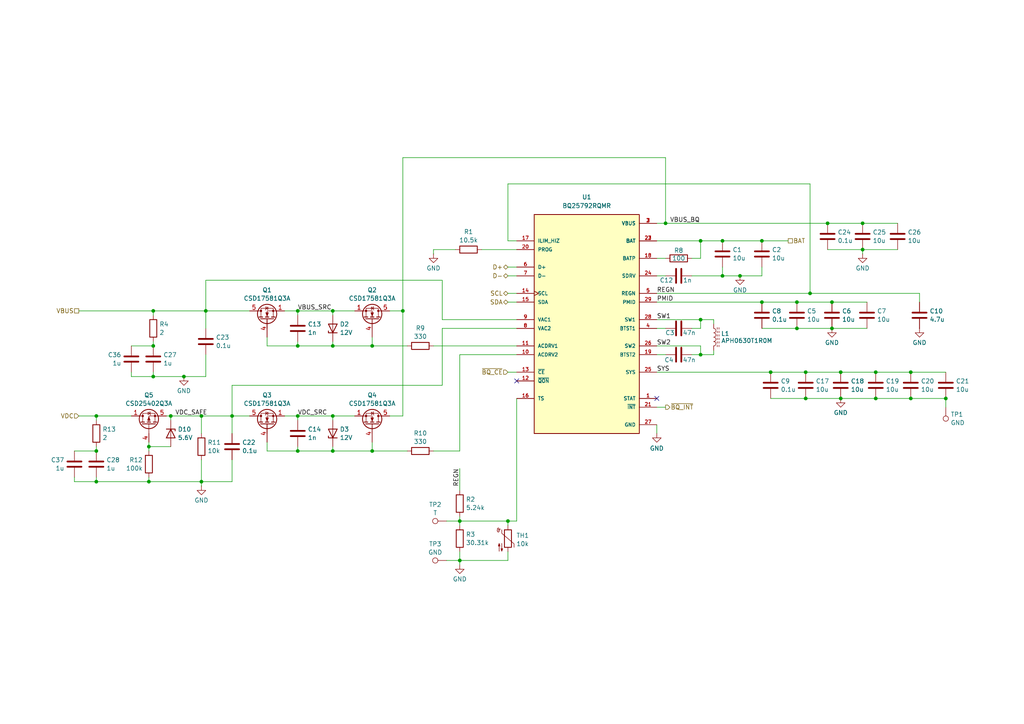
<source format=kicad_sch>
(kicad_sch (version 20250114) (generator "eeschema") (generator_version "9.0")
  (paper "A4")
  (title_block (title "Charger") (comment 1 "Licensed under CERN-OHL-W v2") (comment 2 "© 2025-2026 HB9DQM"))
  (lib_symbols
    (symbol "BQ25792RQMR:BQ25792RQMR" (pin_names (offset 1.016))
      (property "Reference" "U" (at -15.24 35.56 0))
      (property "Value" "BQ25792RQMR" (at -15.24 -33.02 0))
      (symbol "BQ25792RQMR_0_0"
        (rectangle (start -15.24 33.02) (end 15.24 -30.48) (stroke (width 0.254)) (fill (type background)))
        (pin input line (at -20.32 25.4 0) (length 5.08) (name "ILIM_HIZ") (number "17"))
        (pin input line (at -20.32 22.86 0) (length 5.08) (name "PROG") (number "20"))
        (pin bidirectional line (at -20.32 17.78 0) (length 5.08) (name "D+") (number "6"))
        (pin bidirectional line (at -20.32 15.24 0) (length 5.08) (name "D-") (number "7"))
        (pin input clock (at -20.32 10.16 0) (length 5.08) (name "SCL") (number "14"))
        (pin bidirectional line (at -20.32 7.62 0) (length 5.08) (name "SDA") (number "15"))
        (pin power_in line (at -20.32 2.54 0) (length 5.08) (name "VAC1") (number "9"))
        (pin power_in line (at -20.32 0 0) (length 5.08) (name "VAC2") (number "8"))
        (pin input line (at -20.32 -12.7 0) (length 5.08) (name "~{CE}") (number "13"))
        (pin input line (at -20.32 -15.24 0) (length 5.08) (name "~{QON}") (number "12"))
        (pin input line (at -20.32 -20.32 0) (length 5.08) (name "TS") (number "16"))
        (pin power_in line (at 20.32 30.48 180) (length 5.08) (name "VBUS") (number "2"))
        (pin power_in line (at 20.32 30.48 180) (length 5.08) (name "VBUS") (number "3"))
        (pin power_in line (at 20.32 25.4 180) (length 5.08) (name "BAT") (number "22"))
        (pin power_in line (at 20.32 25.4 180) (length 5.08) (name "BAT") (number "23"))
        (pin power_in line (at 20.32 20.32 180) (length 5.08) (name "BATP") (number "18"))
        (pin power_in line (at 20.32 15.24 180) (length 5.08) (name "SDRV") (number "24"))
        (pin output line (at 20.32 -20.32 180) (length 5.08) (name "STAT") (number "1"))
        (pin output line (at 20.32 -22.86 180) (length 5.08) (name "~{INT}") (number "21"))
        (pin power_in line (at 20.32 -27.94 180) (length 5.08) (name "GND") (number "27"))
      )
      (symbol "BQ25792RQMR_1_0"
        (pin output line (at -20.32 -5.08 0) (length 5.08) (name "ACDRV1") (number "11"))
        (pin output line (at -20.32 -7.62 0) (length 5.08) (name "ACDRV2") (number "10"))
        (pin passive line (at 20.32 10.16 180) (length 5.08) (name "REGN") (number "5"))
        (pin passive line (at 20.32 7.62 180) (length 5.08) (name "PMID") (number "29"))
        (pin passive line (at 20.32 2.54 180) (length 5.08) (name "SW1") (number "28"))
        (pin passive line (at 20.32 0 180) (length 5.08) (name "BTST1") (number "4"))
        (pin passive line (at 20.32 -5.08 180) (length 5.08) (name "SW2") (number "26"))
        (pin passive line (at 20.32 -7.62 180) (length 5.08) (name "BTST2") (number "19"))
        (pin power_out line (at 20.32 -12.7 180) (length 5.08) (name "SYS") (number "25"))
      )
    )
    (symbol "Connector:TestPoint" (pin_numbers (hide yes)) (pin_names (offset 0.762) (hide yes))
      (property "Reference" "TP" (at 0 6.858 0))
      (property "Value" "TestPoint" (at 0 5.08 0))
      (symbol "TestPoint_0_1"
        (circle (center 0 3.302) (radius 0.762))
      )
      (symbol "TestPoint_1_1"
        (pin passive line (at 0 0 90) (length 2.54) (name "1") (number "1"))
      )
    )
    (symbol "Device:C" (pin_numbers (hide yes)) (pin_names (offset 0.254))
      (property "Reference" "C" (at 0.635 2.54 0))
      (property "Value" "C" (at 0.635 -2.54 0))
      (symbol "C_0_1"
        (polyline (pts (xy -2.032 0.762) (xy 2.032 0.762)) (stroke (width 0.508)))
        (polyline (pts (xy -2.032 -0.762) (xy 2.032 -0.762)) (stroke (width 0.508)))
      )
      (symbol "C_1_1"
        (pin passive line (at 0 3.81 270) (length 2.794) (name "~") (number "1"))
        (pin passive line (at 0 -3.81 90) (length 2.794) (name "~") (number "2"))
      )
    )
    (symbol "Device:D_Zener" (pin_numbers (hide yes)) (pin_names (offset 1.016) (hide yes))
      (property "Reference" "D" (at 0 2.54 0))
      (property "Value" "D_Zener" (at 0 -2.54 0))
      (symbol "D_Zener_0_1"
        (polyline (pts (xy -1.27 -1.27) (xy -1.27 1.27) (xy -0.762 1.27)) (stroke (width 0.254)))
        (polyline (pts (xy 1.27 0) (xy -1.27 0)))
        (polyline (pts (xy 1.27 -1.27) (xy 1.27 1.27) (xy -1.27 0) (xy 1.27 -1.27)) (stroke (width 0.254)))
      )
      (symbol "D_Zener_1_1"
        (pin passive line (at -3.81 0 0) (length 2.54) (name "K") (number "1"))
        (pin passive line (at 3.81 0 180) (length 2.54) (name "A") (number "2"))
      )
    )
    (symbol "Device:L_Ferrite" (pin_numbers (hide yes)) (pin_names (offset 1.016) (hide yes))
      (property "Reference" "L" (at -1.27 0 90))
      (property "Value" "L_Ferrite" (at 2.794 0 90))
      (symbol "L_Ferrite_0_1"
        (arc (start 0 2.54) (mid 0.6323 1.905) (end 0 1.27))
        (arc (start 0 1.27) (mid 0.6323 0.635) (end 0 0))
        (arc (start 0 0) (mid 0.6323 -0.635) (end 0 -1.27))
        (arc (start 0 -1.27) (mid 0.6323 -1.905) (end 0 -2.54))
        (polyline (pts (xy 1.016 2.286) (xy 1.016 2.794)))
        (polyline (pts (xy 1.016 1.27) (xy 1.016 1.778)))
        (polyline (pts (xy 1.016 0.254) (xy 1.016 0.762)))
        (polyline (pts (xy 1.016 -0.762) (xy 1.016 -0.254)))
        (polyline (pts (xy 1.016 -1.778) (xy 1.016 -1.27)))
        (polyline (pts (xy 1.016 -2.794) (xy 1.016 -2.286)))
        (polyline (pts (xy 1.524 2.794) (xy 1.524 2.286)))
        (polyline (pts (xy 1.524 1.778) (xy 1.524 1.27)))
        (polyline (pts (xy 1.524 0.762) (xy 1.524 0.254)))
        (polyline (pts (xy 1.524 -0.254) (xy 1.524 -0.762)))
        (polyline (pts (xy 1.524 -1.27) (xy 1.524 -1.778)))
        (polyline (pts (xy 1.524 -2.286) (xy 1.524 -2.794)))
      )
      (symbol "L_Ferrite_1_1"
        (pin passive line (at 0 3.81 270) (length 1.27) (name "1") (number "1"))
        (pin passive line (at 0 -3.81 90) (length 1.27) (name "2") (number "2"))
      )
    )
    (symbol "Device:R" (pin_numbers (hide yes)) (pin_names (offset 0))
      (property "Reference" "R" (at 2.032 0 90))
      (property "Value" "R" (at 0 0 90))
      (symbol "R_0_1"
        (rectangle (start -1.016 -2.54) (end 1.016 2.54) (stroke (width 0.254)))
      )
      (symbol "R_1_1"
        (pin passive line (at 0 3.81 270) (length 1.27) (name "~") (number "1"))
        (pin passive line (at 0 -3.81 90) (length 1.27) (name "~") (number "2"))
      )
    )
    (symbol "Device:Thermistor_NTC" (pin_numbers (hide yes)) (pin_names (offset 0))
      (property "Reference" "TH" (at -4.445 0 90))
      (property "Value" "Thermistor_NTC" (at 3.175 0 90))
      (symbol "Thermistor_NTC_0_1"
        (arc (start -3.175 2.413) (mid -3.0506 2.3165) (end -3.048 2.159))
        (arc (start -3.048 2.794) (mid -2.9736 2.9736) (end -2.794 3.048))
        (arc (start -2.794 3.048) (mid -2.6144 2.9736) (end -2.54 2.794))
        (arc (start -2.794 2.54) (mid -2.9736 2.6144) (end -3.048 2.794))
        (arc (start -2.794 1.905) (mid -2.9736 1.9794) (end -3.048 2.159))
        (arc (start -2.54 2.159) (mid -2.6144 1.9794) (end -2.794 1.905))
        (arc (start -2.159 2.794) (mid -2.434 2.5608) (end -2.794 2.54))
        (polyline (pts (xy -2.54 2.159) (xy -2.54 2.794)))
        (polyline (pts (xy -2.54 -3.683) (xy -2.54 -1.397) (xy -2.794 -2.159) (xy -2.286 -2.159) (xy -2.54 -1.397) (xy -2.54 -1.651)) (fill (type outline)))
        (polyline (pts (xy -1.778 2.54) (xy -1.778 1.524) (xy 1.778 -1.524) (xy 1.778 -2.54)))
        (polyline (pts (xy -1.778 -1.397) (xy -1.778 -3.683) (xy -2.032 -2.921) (xy -1.524 -2.921) (xy -1.778 -3.683) (xy -1.778 -3.429)) (fill (type outline)))
        (rectangle (start -1.016 2.54) (end 1.016 -2.54) (stroke (width 0.254)))
      )
      (symbol "Thermistor_NTC_1_1"
        (pin passive line (at 0 3.81 270) (length 1.27) (name "~") (number "1"))
        (pin passive line (at 0 -3.81 90) (length 1.27) (name "~") (number "2"))
      )
    )
    (symbol "Transistor_FET:CSD17581Q3A" (pin_names (offset 0) (hide yes))
      (property "Reference" "Q" (at 5.08 1.905 0))
      (property "Value" "CSD17581Q3A" (at 5.08 0 0))
      (symbol "CSD17581Q3A_0_1"
        (polyline (pts (xy 0.254 1.905) (xy 0.254 -1.905)) (stroke (width 0.254)))
        (polyline (pts (xy 0.254 0) (xy -2.54 0)))
        (polyline (pts (xy 0.762 2.286) (xy 0.762 1.27)) (stroke (width 0.254)))
        (polyline (pts (xy 0.762 0.508) (xy 0.762 -0.508)) (stroke (width 0.254)))
        (polyline (pts (xy 0.762 -1.27) (xy 0.762 -2.286)) (stroke (width 0.254)))
        (polyline (pts (xy 0.762 -1.778) (xy 3.302 -1.778) (xy 3.302 1.778) (xy 0.762 1.778)))
        (polyline (pts (xy 1.016 0) (xy 2.032 0.381) (xy 2.032 -0.381) (xy 1.016 0)) (fill (type outline)))
        (circle (center 1.651 0) (radius 2.794) (stroke (width 0.254)))
        (polyline (pts (xy 2.54 2.54) (xy 2.54 1.778)))
        (circle (center 2.54 1.778) (radius 0.254) (fill (type outline)))
        (circle (center 2.54 -1.778) (radius 0.254) (fill (type outline)))
        (polyline (pts (xy 2.54 -2.54) (xy 2.54 0) (xy 0.762 0)))
        (polyline (pts (xy 2.794 0.508) (xy 2.921 0.381) (xy 3.683 0.381) (xy 3.81 0.254)))
        (polyline (pts (xy 3.302 0.381) (xy 2.921 -0.254) (xy 3.683 -0.254) (xy 3.302 0.381)))
      )
      (symbol "CSD17581Q3A_1_1"
        (pin input line (at -5.08 0 0) (length 5.08) (name "G") (number "4"))
        (pin passive line (at 2.54 5.08 270) (length 2.54) (name "D") (number "5"))
        (pin passive line (at 2.54 -5.08 90) (length 2.54) (name "S") (number "1"))
        (pin passive line (at 2.54 -5.08 90) (length 2.54) (hide yes) (name "S") (number "2"))
        (pin passive line (at 2.54 -5.08 90) (length 2.54) (hide yes) (name "S") (number "3"))
      )
    )
    (symbol "Transistor_FET:CSD25402Q3A" (pin_names (hide yes))
      (property "Reference" "U" (at 5.715 1.905 0))
      (property "Value" "CSD25402Q3A" (at 11.811 -0.127 0))
      (symbol "CSD25402Q3A_0_1"
        (polyline (pts (xy 0.254 1.905) (xy 0.254 -1.905)) (stroke (width 0.254)))
        (polyline (pts (xy 0.254 0) (xy -2.54 0)))
        (polyline (pts (xy 0.762 2.286) (xy 0.762 1.27)) (stroke (width 0.254)))
        (polyline (pts (xy 0.762 1.778) (xy 3.302 1.778) (xy 3.302 -1.778) (xy 0.762 -1.778)))
        (polyline (pts (xy 0.762 0.508) (xy 0.762 -0.508)) (stroke (width 0.254)))
        (polyline (pts (xy 0.762 -1.27) (xy 0.762 -2.286)) (stroke (width 0.254)))
        (circle (center 1.651 0) (radius 2.794) (stroke (width 0.254)))
        (polyline (pts (xy 2.286 0) (xy 1.27 0.381) (xy 1.27 -0.381) (xy 2.286 0)) (fill (type outline)))
        (polyline (pts (xy 2.54 2.54) (xy 2.54 1.778)))
        (circle (center 2.54 1.778) (radius 0.254) (fill (type outline)))
        (circle (center 2.54 -1.778) (radius 0.254) (fill (type outline)))
        (polyline (pts (xy 2.54 -2.54) (xy 2.54 0) (xy 0.762 0)))
        (polyline (pts (xy 2.794 -0.508) (xy 2.921 -0.381) (xy 3.683 -0.381) (xy 3.81 -0.254)))
        (polyline (pts (xy 3.302 -0.381) (xy 2.921 0.254) (xy 3.683 0.254) (xy 3.302 -0.381)))
      )
      (symbol "CSD25402Q3A_1_1"
        (pin input line (at -5.08 0 0) (length 2.54) (name "G") (number "4"))
        (pin passive line (at 2.54 5.08 270) (length 2.54) (name "D") (number "1"))
        (pin passive line (at 2.54 5.08 270) (length 2.54) (hide yes) (name "D") (number "2"))
        (pin passive line (at 2.54 5.08 270) (length 2.54) (hide yes) (name "D") (number "3"))
        (pin passive line (at 2.54 -5.08 90) (length 2.54) (name "S") (number "5"))
      )
    )
    (symbol "power:GND" (power) (pin_numbers (hide yes)) (pin_names (offset 0) (hide yes))
      (property "Value" "GND" (at 0 -3.81 0))
      (symbol "GND_0_1"
        (polyline (pts (xy 0 0) (xy 0 -1.27) (xy 1.27 -1.27) (xy 0 -2.54) (xy -1.27 -1.27) (xy 0 -1.27)))
      )
      (symbol "GND_1_1"
        (pin power_in line (at 0 0 270) (length 0) (name "~") (number "1"))
      )
    )
  )
  (junction (at 53.34 109.22))
  (junction (at 27.94 139.7))
  (junction (at 234.95 85.09))
  (junction (at 107.95 130.81))
  (junction (at 264.16 115.57))
  (junction (at 58.42 120.65))
  (junction (at 214.63 80.01))
  (junction (at 243.84 115.57))
  (junction (at 209.55 69.85))
  (junction (at 43.18 139.7))
  (junction (at 147.32 151.13))
  (junction (at 96.52 100.33))
  (junction (at 203.2 102.87))
  (junction (at 96.52 90.17))
  (junction (at 86.36 100.33))
  (junction (at 44.45 100.33))
  (junction (at 44.45 109.22))
  (junction (at 254 115.57))
  (junction (at 264.16 107.95))
  (junction (at 220.98 87.63))
  (junction (at 96.52 120.65))
  (junction (at 116.84 90.17))
  (junction (at 86.36 120.65))
  (junction (at 220.98 69.85))
  (junction (at 233.68 107.95))
  (junction (at 243.84 107.95))
  (junction (at 241.3 95.25))
  (junction (at 241.3 87.63))
  (junction (at 27.94 130.81))
  (junction (at 67.31 120.65))
  (junction (at 86.36 130.81))
  (junction (at 223.52 107.95))
  (junction (at 274.32 115.57))
  (junction (at 250.19 64.77))
  (junction (at 96.52 130.81))
  (junction (at 231.14 95.25))
  (junction (at 27.94 120.65))
  (junction (at 254 107.95))
  (junction (at 209.55 80.01))
  (junction (at 58.42 139.7))
  (junction (at 233.68 115.57))
  (junction (at 193.04 64.77))
  (junction (at 203.2 92.71))
  (junction (at 133.35 162.56))
  (junction (at 86.36 90.17))
  (junction (at 250.19 72.39))
  (junction (at 44.45 90.17))
  (junction (at 107.95 100.33))
  (junction (at 203.2 69.85))
  (junction (at 49.53 120.65))
  (junction (at 231.14 87.63))
  (junction (at 133.35 151.13))
  (junction (at 59.69 90.17))
  (junction (at 43.18 129.54))
  (junction (at 240.03 64.77))
  (no_connect (at 190.5 115.57))
  (no_connect (at 149.86 110.49))
  (wire (pts (xy 133.35 151.13) (xy 133.35 152.4)))
  (wire (pts (xy 220.98 77.47) (xy 220.98 80.01)))
  (wire (pts (xy 125.73 72.39) (xy 132.08 72.39)))
  (wire (pts (xy 43.18 128.27) (xy 43.18 129.54)))
  (wire (pts (xy 96.52 120.65) (xy 96.52 121.92)))
  (wire (pts (xy 133.35 135.89) (xy 133.35 142.24)))
  (wire (pts (xy 190.5 87.63) (xy 220.98 87.63)))
  (wire (pts (xy 59.69 109.22) (xy 53.34 109.22)))
  (wire (pts (xy 58.42 133.35) (xy 58.42 139.7)))
  (wire (pts (xy 190.5 100.33) (xy 203.2 100.33)))
  (wire (pts (xy 243.84 115.57) (xy 254 115.57)))
  (wire (pts (xy 38.1 107.95) (xy 38.1 109.22)))
  (wire (pts (xy 147.32 53.34) (xy 147.32 69.85)))
  (wire (pts (xy 200.66 80.01) (xy 209.55 80.01)))
  (wire (pts (xy 113.03 90.17) (xy 116.84 90.17)))
  (wire (pts (xy 241.3 95.25) (xy 251.46 95.25)))
  (wire (pts (xy 129.54 162.56) (xy 133.35 162.56)))
  (wire (pts (xy 240.03 72.39) (xy 250.19 72.39)))
  (wire (pts (xy 200.66 102.87) (xy 203.2 102.87)))
  (wire (pts (xy 77.47 130.81) (xy 77.47 128.27)))
  (wire (pts (xy 86.36 100.33) (xy 96.52 100.33)))
  (wire (pts (xy 231.14 87.63) (xy 241.3 87.63)))
  (wire (pts (xy 133.35 160.02) (xy 133.35 162.56)))
  (wire (pts (xy 38.1 109.22) (xy 44.45 109.22)))
  (wire (pts (xy 67.31 133.35) (xy 67.31 139.7)))
  (wire (pts (xy 133.35 102.87) (xy 149.86 102.87)))
  (wire (pts (xy 233.68 115.57) (xy 243.84 115.57)))
  (wire (pts (xy 264.16 107.95) (xy 274.32 107.95)))
  (wire (pts (xy 43.18 129.54) (xy 49.53 129.54)))
  (wire (pts (xy 58.42 139.7) (xy 67.31 139.7)))
  (wire (pts (xy 203.2 100.33) (xy 203.2 102.87)))
  (wire (pts (xy 220.98 95.25) (xy 231.14 95.25)))
  (wire (pts (xy 220.98 87.63) (xy 231.14 87.63)))
  (wire (pts (xy 86.36 130.81) (xy 96.52 130.81)))
  (wire (pts (xy 82.55 90.17) (xy 86.36 90.17)))
  (wire (pts (xy 27.94 139.7) (xy 43.18 139.7)))
  (wire (pts (xy 220.98 69.85) (xy 228.6 69.85)))
  (wire (pts (xy 58.42 120.65) (xy 58.42 125.73)))
  (wire (pts (xy 21.59 138.43) (xy 21.59 139.7)))
  (wire (pts (xy 133.35 102.87) (xy 133.35 130.81)))
  (wire (pts (xy 254 107.95) (xy 264.16 107.95)))
  (wire (pts (xy 59.69 90.17) (xy 72.39 90.17)))
  (wire (pts (xy 21.59 130.81) (xy 27.94 130.81)))
  (wire (pts (xy 58.42 120.65) (xy 67.31 120.65)))
  (wire (pts (xy 250.19 73.66) (xy 250.19 72.39)))
  (wire (pts (xy 147.32 85.09) (xy 149.86 85.09)))
  (wire (pts (xy 22.86 120.65) (xy 27.94 120.65)))
  (wire (pts (xy 77.47 100.33) (xy 77.47 97.79)))
  (wire (pts (xy 27.94 129.54) (xy 27.94 130.81)))
  (wire (pts (xy 190.5 92.71) (xy 203.2 92.71)))
  (wire (pts (xy 234.95 53.34) (xy 234.95 85.09)))
  (wire (pts (xy 67.31 120.65) (xy 67.31 125.73)))
  (wire (pts (xy 44.45 109.22) (xy 53.34 109.22)))
  (wire (pts (xy 209.55 69.85) (xy 220.98 69.85)))
  (wire (pts (xy 107.95 100.33) (xy 118.11 100.33)))
  (wire (pts (xy 96.52 129.54) (xy 96.52 130.81)))
  (wire (pts (xy 209.55 80.01) (xy 214.63 80.01)))
  (wire (pts (xy 44.45 90.17) (xy 59.69 90.17)))
  (wire (pts (xy 193.04 45.72) (xy 193.04 64.77)))
  (wire (pts (xy 116.84 90.17) (xy 116.84 120.65)))
  (wire (pts (xy 223.52 107.95) (xy 233.68 107.95)))
  (wire (pts (xy 125.73 73.66) (xy 125.73 72.39)))
  (wire (pts (xy 233.68 107.95) (xy 243.84 107.95)))
  (wire (pts (xy 139.7 72.39) (xy 149.86 72.39)))
  (wire (pts (xy 43.18 139.7) (xy 58.42 139.7)))
  (wire (pts (xy 116.84 45.72) (xy 193.04 45.72)))
  (wire (pts (xy 149.86 69.85) (xy 147.32 69.85)))
  (wire (pts (xy 200.66 95.25) (xy 203.2 95.25)))
  (wire (pts (xy 190.5 95.25) (xy 193.04 95.25)))
  (wire (pts (xy 128.27 111.76) (xy 67.31 111.76)))
  (wire (pts (xy 116.84 90.17) (xy 116.84 45.72)))
  (wire (pts (xy 77.47 130.81) (xy 86.36 130.81)))
  (wire (pts (xy 59.69 90.17) (xy 59.69 95.25)))
  (wire (pts (xy 43.18 129.54) (xy 43.18 130.81)))
  (wire (pts (xy 207.01 102.87) (xy 203.2 102.87)))
  (wire (pts (xy 107.95 130.81) (xy 118.11 130.81)))
  (wire (pts (xy 223.52 115.57) (xy 233.68 115.57)))
  (wire (pts (xy 133.35 149.86) (xy 133.35 151.13)))
  (wire (pts (xy 128.27 92.71) (xy 128.27 81.28)))
  (wire (pts (xy 243.84 107.95) (xy 254 107.95)))
  (wire (pts (xy 190.5 118.11) (xy 193.04 118.11)))
  (wire (pts (xy 190.5 69.85) (xy 203.2 69.85)))
  (wire (pts (xy 49.53 120.65) (xy 49.53 121.92)))
  (wire (pts (xy 250.19 72.39) (xy 260.35 72.39)))
  (wire (pts (xy 234.95 85.09) (xy 266.7 85.09)))
  (wire (pts (xy 86.36 90.17) (xy 86.36 91.44)))
  (wire (pts (xy 203.2 95.25) (xy 203.2 92.71)))
  (wire (pts (xy 96.52 120.65) (xy 102.87 120.65)))
  (wire (pts (xy 203.2 69.85) (xy 209.55 69.85)))
  (wire (pts (xy 43.18 138.43) (xy 43.18 139.7)))
  (wire (pts (xy 96.52 130.81) (xy 107.95 130.81)))
  (wire (pts (xy 147.32 160.02) (xy 147.32 162.56)))
  (wire (pts (xy 241.3 87.63) (xy 251.46 87.63)))
  (wire (pts (xy 82.55 120.65) (xy 86.36 120.65)))
  (wire (pts (xy 128.27 95.25) (xy 128.27 111.76)))
  (wire (pts (xy 27.94 138.43) (xy 27.94 139.7)))
  (wire (pts (xy 129.54 151.13) (xy 133.35 151.13)))
  (wire (pts (xy 44.45 99.06) (xy 44.45 100.33)))
  (wire (pts (xy 149.86 115.57) (xy 149.86 151.13)))
  (wire (pts (xy 133.35 162.56) (xy 133.35 163.83)))
  (wire (pts (xy 21.59 139.7) (xy 27.94 139.7)))
  (wire (pts (xy 190.5 85.09) (xy 234.95 85.09)))
  (wire (pts (xy 49.53 120.65) (xy 58.42 120.65)))
  (wire (pts (xy 190.5 64.77) (xy 193.04 64.77)))
  (wire (pts (xy 190.5 80.01) (xy 193.04 80.01)))
  (wire (pts (xy 107.95 130.81) (xy 107.95 128.27)))
  (wire (pts (xy 147.32 53.34) (xy 234.95 53.34)))
  (wire (pts (xy 59.69 102.87) (xy 59.69 109.22)))
  (wire (pts (xy 67.31 120.65) (xy 72.39 120.65)))
  (wire (pts (xy 254 115.57) (xy 264.16 115.57)))
  (wire (pts (xy 86.36 100.33) (xy 86.36 99.06)))
  (wire (pts (xy 128.27 95.25) (xy 149.86 95.25)))
  (wire (pts (xy 240.03 64.77) (xy 250.19 64.77)))
  (wire (pts (xy 67.31 111.76) (xy 67.31 120.65)))
  (wire (pts (xy 190.5 123.19) (xy 190.5 125.73)))
  (wire (pts (xy 96.52 90.17) (xy 102.87 90.17)))
  (wire (pts (xy 59.69 81.28) (xy 59.69 90.17)))
  (wire (pts (xy 125.73 130.81) (xy 133.35 130.81)))
  (wire (pts (xy 44.45 90.17) (xy 44.45 91.44)))
  (wire (pts (xy 86.36 130.81) (xy 86.36 129.54)))
  (wire (pts (xy 48.26 120.65) (xy 49.53 120.65)))
  (wire (pts (xy 147.32 80.01) (xy 149.86 80.01)))
  (wire (pts (xy 209.55 77.47) (xy 209.55 80.01)))
  (wire (pts (xy 250.19 64.77) (xy 260.35 64.77)))
  (wire (pts (xy 77.47 100.33) (xy 86.36 100.33)))
  (wire (pts (xy 96.52 90.17) (xy 96.52 91.44)))
  (wire (pts (xy 274.32 115.57) (xy 274.32 118.11)))
  (wire (pts (xy 203.2 74.93) (xy 203.2 69.85)))
  (wire (pts (xy 96.52 100.33) (xy 107.95 100.33)))
  (wire (pts (xy 149.86 151.13) (xy 147.32 151.13)))
  (wire (pts (xy 27.94 120.65) (xy 27.94 121.92)))
  (wire (pts (xy 190.5 107.95) (xy 223.52 107.95)))
  (wire (pts (xy 207.01 101.6) (xy 207.01 102.87)))
  (wire (pts (xy 113.03 120.65) (xy 116.84 120.65)))
  (wire (pts (xy 22.86 90.17) (xy 44.45 90.17)))
  (wire (pts (xy 231.14 95.25) (xy 241.3 95.25)))
  (wire (pts (xy 220.98 80.01) (xy 214.63 80.01)))
  (wire (pts (xy 147.32 77.47) (xy 149.86 77.47)))
  (wire (pts (xy 44.45 107.95) (xy 44.45 109.22)))
  (wire (pts (xy 96.52 99.06) (xy 96.52 100.33)))
  (wire (pts (xy 107.95 100.33) (xy 107.95 97.79)))
  (wire (pts (xy 86.36 90.17) (xy 96.52 90.17)))
  (wire (pts (xy 147.32 107.95) (xy 149.86 107.95)))
  (wire (pts (xy 147.32 151.13) (xy 147.32 152.4)))
  (wire (pts (xy 190.5 74.93) (xy 193.04 74.93)))
  (wire (pts (xy 266.7 85.09) (xy 266.7 87.63)))
  (wire (pts (xy 147.32 151.13) (xy 133.35 151.13)))
  (wire (pts (xy 200.66 74.93) (xy 203.2 74.93)))
  (wire (pts (xy 58.42 140.97) (xy 58.42 139.7)))
  (wire (pts (xy 190.5 102.87) (xy 193.04 102.87)))
  (wire (pts (xy 128.27 81.28) (xy 59.69 81.28)))
  (wire (pts (xy 27.94 120.65) (xy 38.1 120.65)))
  (wire (pts (xy 264.16 115.57) (xy 274.32 115.57)))
  (wire (pts (xy 133.35 162.56) (xy 147.32 162.56)))
  (wire (pts (xy 125.73 100.33) (xy 149.86 100.33)))
  (wire (pts (xy 203.2 92.71) (xy 207.01 92.71)))
  (wire (pts (xy 128.27 92.71) (xy 149.86 92.71)))
  (wire (pts (xy 193.04 64.77) (xy 240.03 64.77)))
  (wire (pts (xy 207.01 92.71) (xy 207.01 93.98)))
  (wire (pts (xy 86.36 120.65) (xy 86.36 121.92)))
  (wire (pts (xy 38.1 100.33) (xy 44.45 100.33)))
  (wire (pts (xy 147.32 87.63) (xy 149.86 87.63)))
  (wire (pts (xy 86.36 120.65) (xy 96.52 120.65)))
  (label "VDC_SRC" (at 86.36 120.65 0))
  (label "VBUS_BQ" (at 194.31 64.77 0))
  (label "SYS" (at 190.5 107.95 0))
  (label "PMID" (at 190.5 87.63 0))
  (label "SW2" (at 190.5 100.33 0))
  (label "VBUS_SRC" (at 86.36 90.17 0))
  (label "REGN" (at 190.5 85.09 0))
  (label "REGN" (at 133.35 135.89 270))
  (label "VDC_SAFE" (at 50.8 120.65 0))
  (label "SW1" (at 190.5 92.71 0))
  (hierarchical_label "SCL" (shape bidirectional) (at 147.32 85.09 180))
  (hierarchical_label "~{BQ_CE}" (shape input) (at 147.32 107.95 180))
  (hierarchical_label "SDA" (shape bidirectional) (at 147.32 87.63 180))
  (hierarchical_label "D-" (shape bidirectional) (at 147.32 80.01 180))
  (hierarchical_label "VDC" (shape input) (at 22.86 120.65 180))
  (hierarchical_label "D+" (shape bidirectional) (at 147.32 77.47 180))
  (hierarchical_label "VBUS" (shape passive) (at 22.86 90.17 180))
  (hierarchical_label "~{BQ_INT}" (shape output) (at 193.04 118.11 0))
  (hierarchical_label "BAT" (shape passive) (at 228.6 69.85 0))
  (symbol (lib_id "Transistor_FET:CSD25402Q3A") (at 43.18 123.19 90) (unit 1)
    (property "Reference" "Q5" (at 43.18 114.6005 90))
    (property "Value" "CSD25402Q3A" (at 43.18 117.0248 90))
    (property "Footprint" "VSON-8_TI_CSD:VSON-8_3.3x3.3mm_TI_CSD" (effects (hide yes)))
    (property "Datasheet" "https://www.ti.com/lit/ds/symlink/csd25402q3a.pdf" (effects (hide yes)))
    (property "Description" "-76A Id, -20V Vds, NexFET P-Channel Power MOSFET, 7.7mOhm Ron, Qg (typ) 7.5 nC, VSON-8 3.3x3.3mm" (effects (hide yes)))
    (property "LCSC" "C111356" (effects (hide yes)))
  )
  (symbol (lib_id "power:GND") (at 266.7 95.25 0) (unit 1)
    (property "Reference" "#PWR06" (effects (hide yes)))
    (property "Value" "GND" (at 266.7 99.3831 0))
    (property "Description" "Power symbol creates a global label with name \"GND\" , ground" (effects (hide yes)))
  )
  (symbol (lib_id "Device:C") (at 67.31 129.54 0) (unit 1)
    (property "Reference" "C22" (at 70.231 128.3278 0) (effects (justify left)))
    (property "Value" "0.1u" (at 70.231 130.7521 0) (effects (justify left)))
    (property "Footprint" "Capacitor_SMD:C_0402_1005Metric" (effects (hide yes)))
    (property "Description" "Unpolarized capacitor" (effects (hide yes)))
    (property "LCSC" "C307331" (effects (hide yes)))
  )
  (symbol (lib_id "Device:C") (at 254 111.76 0) (unit 1)
    (property "Reference" "C19" (at 256.921 110.5478 0) (effects (justify left)))
    (property "Value" "10u" (at 256.921 112.9721 0) (effects (justify left)))
    (property "Footprint" "Capacitor_SMD:C_0805_2012Metric" (effects (hide yes)))
    (property "Description" "Unpolarized capacitor" (effects (hide yes)))
    (property "LCSC" "C440198" (effects (hide yes)))
  )
  (symbol (lib_id "Device:D_Zener") (at 96.52 95.25 90) (unit 1)
    (property "Reference" "D2" (at 98.552 94.0378 90) (effects (justify right)))
    (property "Value" "12V" (at 98.552 96.4621 90) (effects (justify right)))
    (property "Footprint" "Diode_SMD:D_SOD-523" (effects (hide yes)))
    (property "Description" "Zener diode" (effects (hide yes)))
    (property "LCSC" "C2993013" (effects (hide yes)))
  )
  (symbol (lib_id "power:GND") (at 250.19 73.66 0) (unit 1)
    (property "Reference" "#PWR023" (effects (hide yes)))
    (property "Value" "GND" (at 250.19 77.7931 0))
    (property "Description" "Power symbol creates a global label with name \"GND\" , ground" (effects (hide yes)))
  )
  (symbol (lib_id "Device:D_Zener") (at 96.52 125.73 90) (unit 1)
    (property "Reference" "D3" (at 98.552 124.5178 90) (effects (justify right)))
    (property "Value" "12V" (at 98.552 126.9421 90) (effects (justify right)))
    (property "Footprint" "Diode_SMD:D_SOD-523" (effects (hide yes)))
    (property "Description" "Zener diode" (effects (hide yes)))
    (property "LCSC" "C2993013" (effects (hide yes)))
  )
  (symbol (lib_id "power:GND") (at 243.84 115.57 0) (unit 1)
    (property "Reference" "#PWR019" (effects (hide yes)))
    (property "Value" "GND" (at 243.84 119.7031 0))
    (property "Description" "Power symbol creates a global label with name \"GND\" , ground" (effects (hide yes)))
  )
  (symbol (lib_id "Connector:TestPoint") (at 129.54 162.56 90) (unit 1) (in_bom no)
    (property "Reference" "TP3" (at 126.238 157.7805 90))
    (property "Value" "GND" (at 126.238 160.2048 90))
    (property "Footprint" "TestPoint:TestPoint_Pad_2.5x2.5mm" (effects (hide yes)))
    (property "Description" "test point" (effects (hide yes)))
  )
  (symbol (lib_id "Device:C") (at 250.19 68.58 0) (unit 1)
    (property "Reference" "C25" (at 253.111 67.3678 0) (effects (justify left)))
    (property "Value" "10u" (at 253.111 69.7921 0) (effects (justify left)))
    (property "Footprint" "Capacitor_SMD:C_0805_2012Metric" (effects (hide yes)))
    (property "Description" "Unpolarized capacitor" (effects (hide yes)))
    (property "LCSC" "C440198" (effects (hide yes)))
  )
  (symbol (lib_id "Device:C") (at 220.98 91.44 0) (unit 1)
    (property "Reference" "C8" (at 223.901 90.2278 0) (effects (justify left)))
    (property "Value" "0.1u" (at 223.901 92.6521 0) (effects (justify left)))
    (property "Footprint" "Capacitor_SMD:C_0402_1005Metric" (effects (hide yes)))
    (property "Description" "Unpolarized capacitor" (effects (hide yes)))
    (property "LCSC" "C307331" (effects (hide yes)))
  )
  (symbol (lib_id "Device:R") (at 121.92 130.81 270) (unit 1)
    (property "Reference" "R10" (at 121.92 125.6495 90))
    (property "Value" "330" (at 121.92 128.0738 90))
    (property "Footprint" "Resistor_SMD:R_0402_1005Metric" (effects (hide yes)))
    (property "Description" "Resistor" (effects (hide yes)))
    (property "LCSC" "C25104" (effects (hide yes)))
  )
  (symbol (lib_id "Transistor_FET:CSD17581Q3A") (at 107.95 123.19 270) (mirror x) (unit 1)
    (property "Reference" "Q4" (at 107.95 114.6005 90))
    (property "Value" "CSD17581Q3A" (at 107.95 117.0248 90))
    (property "Footprint" "VSON-8_TI_CSD:VSON-8_3.3x3.3mm_TI_CSD" (effects (hide yes)))
    (property "Datasheet" "https://www.ti.com/lit/ds/symlink/csd17581q3a.pdf" (effects (hide yes)))
    (property "Description" "60A Id, 30V Vds, NexFET N-Channel Power MOSFET, 3.2mOhm Ron, Qg Typ 20nC, VSON-8 3.3x3.3mm" (effects (hide yes)))
    (property "LCSC" "C2861705" (effects (hide yes)))
  )
  (symbol (lib_id "Device:R") (at 121.92 100.33 270) (unit 1)
    (property "Reference" "R9" (at 121.92 95.1695 90))
    (property "Value" "330" (at 121.92 97.5938 90))
    (property "Footprint" "Resistor_SMD:R_0402_1005Metric" (effects (hide yes)))
    (property "Description" "Resistor" (effects (hide yes)))
    (property "LCSC" "C25104" (effects (hide yes)))
  )
  (symbol (lib_id "Device:R") (at 133.35 146.05 0) (unit 1)
    (property "Reference" "R2" (at 135.128 144.8378 0) (effects (justify left)))
    (property "Value" "5.24k" (at 135.128 147.2621 0) (effects (justify left)))
    (property "Footprint" "Resistor_SMD:R_0402_1005Metric" (effects (hide yes)))
    (property "Description" "Resistor" (effects (hide yes)))
    (property "LCSC" "C25907" (effects (hide yes)))
  )
  (symbol (lib_id "Device:C") (at 251.46 91.44 0) (unit 1)
    (property "Reference" "C7" (at 254.381 90.2278 0) (effects (justify left)))
    (property "Value" "10u" (at 254.381 92.6521 0) (effects (justify left)))
    (property "Footprint" "Capacitor_SMD:C_0805_2012Metric" (effects (hide yes)))
    (property "Description" "Unpolarized capacitor" (effects (hide yes)))
    (property "LCSC" "C440198" (effects (hide yes)))
  )
  (symbol (lib_id "power:GND") (at 125.73 73.66 0) (unit 1)
    (property "Reference" "#PWR01" (effects (hide yes)))
    (property "Value" "GND" (at 125.73 77.7931 0))
    (property "Description" "Power symbol creates a global label with name \"GND\" , ground" (effects (hide yes)))
  )
  (symbol (lib_id "Device:C") (at 196.85 95.25 270) (unit 1)
    (property "Reference" "C3" (at 194.31 96.52 90))
    (property "Value" "47n" (at 199.898 96.52 90))
    (property "Footprint" "Capacitor_SMD:C_0603_1608Metric" (effects (hide yes)))
    (property "Description" "Unpolarized capacitor" (effects (hide yes)))
    (property "LCSC" "C1622" (effects (hide yes)))
  )
  (symbol (lib_id "Device:R") (at 58.42 129.54 0) (unit 1)
    (property "Reference" "R11" (at 60.198 128.3278 0) (effects (justify left)))
    (property "Value" "10k" (at 60.198 130.7521 0) (effects (justify left)))
    (property "Footprint" "Resistor_SMD:R_0402_1005Metric" (effects (hide yes)))
    (property "Description" "Resistor" (effects (hide yes)))
    (property "LCSC" "C25744" (effects (hide yes)))
  )
  (symbol (lib_id "Device:C") (at 59.69 99.06 0) (unit 1)
    (property "Reference" "C23" (at 62.611 97.8478 0) (effects (justify left)))
    (property "Value" "0.1u" (at 62.611 100.2721 0) (effects (justify left)))
    (property "Footprint" "Capacitor_SMD:C_0402_1005Metric" (effects (hide yes)))
    (property "Description" "Unpolarized capacitor" (effects (hide yes)))
    (property "LCSC" "C307331" (effects (hide yes)))
  )
  (symbol (lib_id "Device:C") (at 233.68 111.76 0) (unit 1)
    (property "Reference" "C17" (at 236.601 110.5478 0) (effects (justify left)))
    (property "Value" "10u" (at 236.601 112.9721 0) (effects (justify left)))
    (property "Footprint" "Capacitor_SMD:C_0805_2012Metric" (effects (hide yes)))
    (property "Description" "Unpolarized capacitor" (effects (hide yes)))
    (property "LCSC" "C440198" (effects (hide yes)))
  )
  (symbol (lib_id "Device:C") (at 274.32 111.76 0) (unit 1)
    (property "Reference" "C21" (at 277.241 110.5478 0) (effects (justify left)))
    (property "Value" "10u" (at 277.241 112.9721 0) (effects (justify left)))
    (property "Footprint" "Capacitor_SMD:C_0805_2012Metric" (effects (hide yes)))
    (property "Description" "Unpolarized capacitor" (effects (hide yes)))
    (property "LCSC" "C440198" (effects (hide yes)))
  )
  (symbol (lib_id "Device:C") (at 223.52 111.76 0) (unit 1)
    (property "Reference" "C9" (at 226.441 110.5478 0) (effects (justify left)))
    (property "Value" "0.1u" (at 226.441 112.9721 0) (effects (justify left)))
    (property "Footprint" "Capacitor_SMD:C_0402_1005Metric" (effects (hide yes)))
    (property "Description" "Unpolarized capacitor" (effects (hide yes)))
    (property "LCSC" "C307331" (effects (hide yes)))
  )
  (symbol (lib_id "Device:R") (at 44.45 95.25 0) (unit 1)
    (property "Reference" "R4" (at 46.228 94.0378 0) (effects (justify left)))
    (property "Value" "2" (at 46.228 96.4621 0) (effects (justify left)))
    (property "Footprint" "Resistor_SMD:R_0402_1005Metric" (effects (hide yes)))
    (property "Description" "Resistor" (effects (hide yes)))
    (property "LCSC" "C270630" (effects (hide yes)))
  )
  (symbol (lib_id "Device:C") (at 220.98 73.66 0) (unit 1)
    (property "Reference" "C2" (at 223.901 72.4478 0) (effects (justify left)))
    (property "Value" "10u" (at 223.901 74.8721 0) (effects (justify left)))
    (property "Footprint" "Capacitor_SMD:C_0805_2012Metric" (effects (hide yes)))
    (property "Description" "Unpolarized capacitor" (effects (hide yes)))
    (property "LCSC" "C440198" (effects (hide yes)))
  )
  (symbol (lib_id "Device:C") (at 241.3 91.44 0) (unit 1)
    (property "Reference" "C6" (at 244.221 90.2278 0) (effects (justify left)))
    (property "Value" "10u" (at 244.221 92.6521 0) (effects (justify left)))
    (property "Footprint" "Capacitor_SMD:C_0805_2012Metric" (effects (hide yes)))
    (property "Description" "Unpolarized capacitor" (effects (hide yes)))
    (property "LCSC" "C440198" (effects (hide yes)))
  )
  (symbol (lib_id "Device:C") (at 196.85 80.01 270) (unit 1)
    (property "Reference" "C12" (at 193.294 81.28 90))
    (property "Value" "1n" (at 199.39 81.28 90))
    (property "Footprint" "Capacitor_SMD:C_0402_1005Metric" (effects (hide yes)))
    (property "Description" "Unpolarized capacitor" (effects (hide yes)))
    (property "LCSC" "C1588" (effects (hide yes)))
  )
  (symbol (lib_id "power:GND") (at 241.3 95.25 0) (unit 1)
    (property "Reference" "#PWR03" (effects (hide yes)))
    (property "Value" "GND" (at 241.3 99.3831 0))
    (property "Description" "Power symbol creates a global label with name \"GND\" , ground" (effects (hide yes)))
  )
  (symbol (lib_id "Device:C") (at 38.1 104.14 0) (mirror y) (unit 1)
    (property "Reference" "C36" (at 35.179 102.9278 0) (effects (justify left)))
    (property "Value" "1u" (at 35.179 105.3521 0) (effects (justify left)))
    (property "Footprint" "Capacitor_SMD:C_0402_1005Metric" (effects (hide yes)))
    (property "Description" "Unpolarized capacitor" (effects (hide yes)))
    (property "LCSC" "C385032" (effects (hide yes)))
  )
  (symbol (lib_id "Device:C") (at 266.7 91.44 0) (unit 1)
    (property "Reference" "C10" (at 269.621 90.2278 0) (effects (justify left)))
    (property "Value" "4.7u" (at 269.621 92.6521 0) (effects (justify left)))
    (property "Footprint" "Capacitor_SMD:C_0603_1608Metric" (effects (hide yes)))
    (property "Description" "Unpolarized capacitor" (effects (hide yes)))
    (property "LCSC" "C19666" (effects (hide yes)))
  )
  (symbol (lib_id "Device:R") (at 135.89 72.39 90) (unit 1)
    (property "Reference" "R1" (at 135.89 67.2295 90))
    (property "Value" "10.5k" (at 135.89 69.6538 90))
    (property "Footprint" "Resistor_SMD:R_0402_1005Metric" (effects (hide yes)))
    (property "Description" "Resistor" (effects (hide yes)))
    (property "LCSC" "C25850" (effects (hide yes)))
  )
  (symbol (lib_id "Device:C") (at 21.59 134.62 0) (mirror y) (unit 1)
    (property "Reference" "C37" (at 18.669 133.4078 0) (effects (justify left)))
    (property "Value" "1u" (at 18.669 135.8321 0) (effects (justify left)))
    (property "Footprint" "Capacitor_SMD:C_0402_1005Metric" (effects (hide yes)))
    (property "Description" "Unpolarized capacitor" (effects (hide yes)))
    (property "LCSC" "C385032" (effects (hide yes)))
  )
  (symbol (lib_id "Device:C") (at 86.36 95.25 0) (unit 1)
    (property "Reference" "C13" (at 89.281 94.0378 0) (effects (justify left)))
    (property "Value" "1n" (at 89.281 96.4621 0) (effects (justify left)))
    (property "Footprint" "Capacitor_SMD:C_0402_1005Metric" (effects (hide yes)))
    (property "Description" "Unpolarized capacitor" (effects (hide yes)))
    (property "LCSC" "C1523" (effects (hide yes)))
  )
  (symbol (lib_id "Device:D_Zener") (at 49.53 125.73 270) (unit 1)
    (property "Reference" "D10" (at 51.562 124.5178 90) (effects (justify left)))
    (property "Value" "5.6V" (at 51.562 126.9421 90) (effects (justify left)))
    (property "Footprint" "Diode_SMD:D_SOD-523" (effects (hide yes)))
    (property "Description" "Zener diode" (effects (hide yes)))
    (property "LCSC" "C19077464" (effects (hide yes)))
  )
  (symbol (lib_id "Connector:TestPoint") (at 129.54 151.13 90) (unit 1) (in_bom no)
    (property "Reference" "TP2" (at 126.238 146.3505 90))
    (property "Value" "T" (at 126.238 148.7748 90))
    (property "Footprint" "TestPoint:TestPoint_Pad_2.5x2.5mm" (effects (hide yes)))
    (property "Description" "test point" (effects (hide yes)))
  )
  (symbol (lib_id "BQ25792RQMR:BQ25792RQMR") (at 170.18 95.25 0) (unit 1)
    (property "Reference" "U1" (at 170.18 57.15 0))
    (property "Value" "BQ25792RQMR" (at 170.18 59.69 0))
    (property "Footprint" "BQ25792RQMR:QFN40P400X400X100-29N" (effects (hide yes)))
    (property "MF" "Texas Instruments" (effects (hide yes)))
    (property "MAXIMUM_PACKAGE_HEIGHT" "1 mm" (effects (hide yes)))
    (property "Package" "VFQFN-29 Texas Instruments" (effects (hide yes)))
    (property "Price" "None" (effects (hide yes)))
    (property "Check_prices" "https://www.snapeda.com/parts/BQ25792RQMR/Texas+Instruments/view-part/?ref=eda" (effects (hide yes)))
    (property "STANDARD" "Manufacturer Recommendations" (effects (hide yes)))
    (property "PARTREV" "11/2019" (effects (hide yes)))
    (property "SnapEDA_Link" "https://www.snapeda.com/parts/BQ25792RQMR/Texas+Instruments/view-part/?ref=snap" (effects (hide yes)))
    (property "MP" "BQ25792RQMR" (effects (hide yes)))
    (property "Description_1" "I2C controlled, 5-A, 1-4 cell buck-boost charger with dual-input selector and USB PD 3.0 OTG output" (effects (hide yes)))
    (property "Availability" "In Stock" (effects (hide yes)))
    (property "MANUFACTURER" "Texas Instruments" (effects (hide yes)))
    (property "LCSC" "C2862876" (effects (hide yes)))
  )
  (symbol (lib_id "Device:C") (at 27.94 134.62 0) (unit 1)
    (property "Reference" "C28" (at 30.861 133.4078 0) (effects (justify left)))
    (property "Value" "1u" (at 30.861 135.8321 0) (effects (justify left)))
    (property "Footprint" "Capacitor_SMD:C_0402_1005Metric" (effects (hide yes)))
    (property "Description" "Unpolarized capacitor" (effects (hide yes)))
    (property "LCSC" "C385032" (effects (hide yes)))
  )
  (symbol (lib_id "Device:C") (at 231.14 91.44 0) (unit 1)
    (property "Reference" "C5" (at 234.061 90.2278 0) (effects (justify left)))
    (property "Value" "10u" (at 234.061 92.6521 0) (effects (justify left)))
    (property "Footprint" "Capacitor_SMD:C_0805_2012Metric" (effects (hide yes)))
    (property "Description" "Unpolarized capacitor" (effects (hide yes)))
    (property "LCSC" "C440198" (effects (hide yes)))
  )
  (symbol (lib_id "Device:R") (at 196.85 74.93 90) (unit 1)
    (property "Reference" "R8" (at 196.85 72.644 90))
    (property "Value" "100" (at 196.85 74.93 90))
    (property "Footprint" "Resistor_SMD:R_0402_1005Metric" (effects (hide yes)))
    (property "Description" "Resistor" (effects (hide yes)))
    (property "LCSC" "C25076" (effects (hide yes)))
  )
  (symbol (lib_id "power:GND") (at 214.63 80.01 0) (unit 1)
    (property "Reference" "#PWR02" (effects (hide yes)))
    (property "Value" "GND" (at 214.63 84.1431 0))
    (property "Description" "Power symbol creates a global label with name \"GND\" , ground" (effects (hide yes)))
  )
  (symbol (lib_id "Device:R") (at 133.35 156.21 0) (unit 1)
    (property "Reference" "R3" (at 135.128 154.9978 0) (effects (justify left)))
    (property "Value" "30.31k" (at 135.128 157.4221 0) (effects (justify left)))
    (property "Footprint" "Resistor_SMD:R_0402_1005Metric" (effects (hide yes)))
    (property "Description" "Resistor" (effects (hide yes)))
    (property "LCSC" "C29402" (effects (hide yes)))
  )
  (symbol (lib_id "power:GND") (at 53.34 109.22 0) (unit 1)
    (property "Reference" "#PWR021" (effects (hide yes)))
    (property "Value" "GND" (at 53.34 113.3531 0))
    (property "Description" "Power symbol creates a global label with name \"GND\" , ground" (effects (hide yes)))
  )
  (symbol (lib_id "Device:C") (at 196.85 102.87 90) (unit 1)
    (property "Reference" "C4" (at 194.056 104.394 90))
    (property "Value" "47n" (at 199.898 104.394 90))
    (property "Footprint" "Capacitor_SMD:C_0603_1608Metric" (effects (hide yes)))
    (property "Description" "Unpolarized capacitor" (effects (hide yes)))
  )
  (symbol (lib_id "Device:C") (at 240.03 68.58 0) (unit 1)
    (property "Reference" "C24" (at 242.951 67.3678 0) (effects (justify left)))
    (property "Value" "0.1u" (at 242.951 69.7921 0) (effects (justify left)))
    (property "Footprint" "Capacitor_SMD:C_0402_1005Metric" (effects (hide yes)))
    (property "Description" "Unpolarized capacitor" (effects (hide yes)))
    (property "LCSC" "C307331" (effects (hide yes)))
  )
  (symbol (lib_id "Transistor_FET:CSD17581Q3A") (at 107.95 92.71 270) (mirror x) (unit 1)
    (property "Reference" "Q2" (at 107.95 84.1205 90))
    (property "Value" "CSD17581Q3A" (at 107.95 86.5448 90))
    (property "Footprint" "VSON-8_TI_CSD:VSON-8_3.3x3.3mm_TI_CSD" (effects (hide yes)))
    (property "Datasheet" "https://www.ti.com/lit/ds/symlink/csd17581q3a.pdf" (effects (hide yes)))
    (property "Description" "60A Id, 30V Vds, NexFET N-Channel Power MOSFET, 3.2mOhm Ron, Qg Typ 20nC, VSON-8 3.3x3.3mm" (effects (hide yes)))
    (property "LCSC" "C2861705" (effects (hide yes)))
  )
  (symbol (lib_id "Device:C") (at 44.45 104.14 0) (unit 1)
    (property "Reference" "C27" (at 47.371 102.9278 0) (effects (justify left)))
    (property "Value" "1u" (at 47.371 105.3521 0) (effects (justify left)))
    (property "Footprint" "Capacitor_SMD:C_0402_1005Metric" (effects (hide yes)))
    (property "Description" "Unpolarized capacitor" (effects (hide yes)))
    (property "LCSC" "C385032" (effects (hide yes)))
  )
  (symbol (lib_id "Device:C") (at 264.16 111.76 0) (unit 1)
    (property "Reference" "C20" (at 267.081 110.5478 0) (effects (justify left)))
    (property "Value" "10u" (at 267.081 112.9721 0) (effects (justify left)))
    (property "Footprint" "Capacitor_SMD:C_0805_2012Metric" (effects (hide yes)))
    (property "Description" "Unpolarized capacitor" (effects (hide yes)))
    (property "LCSC" "C440198" (effects (hide yes)))
  )
  (symbol (lib_id "Device:Thermistor_NTC") (at 147.32 156.21 0) (unit 1) (in_bom no) (on_board no)
    (property "Reference" "TH1" (at 149.733 155.3153 0) (effects (justify left)))
    (property "Value" "10k" (at 149.733 157.7396 0) (effects (justify left)))
    (property "Description" "Temperature dependent resistor, negative temperature coefficient" (effects (hide yes)))
  )
  (symbol (lib_id "Device:R") (at 43.18 134.62 0) (mirror y) (unit 1)
    (property "Reference" "R12" (at 41.402 133.4078 0) (effects (justify left)))
    (property "Value" "100k" (at 41.402 135.8321 0) (effects (justify left)))
    (property "Footprint" "Resistor_SMD:R_0402_1005Metric" (effects (hide yes)))
    (property "Description" "Resistor" (effects (hide yes)))
  )
  (symbol (lib_id "Device:L_Ferrite") (at 207.01 97.79 0) (mirror x) (unit 1)
    (property "Reference" "L1" (at 211.582 96.774 0) (effects (justify right)))
    (property "Value" "APH0630T1R0M" (at 224.028 98.806 0) (effects (justify right)))
    (property "Footprint" "Inductor_SMD:L_APV_APH0630" (effects (hide yes)))
    (property "Description" "Inductor with ferrite core" (effects (hide yes)))
    (property "MF" "TDK Corporation" (effects (hide yes)))
    (property "MAXIMUM_PACKAGE_HEIGHT" "3.0 mm" (effects (hide yes)))
    (property "Package" "NON STANDARD-2 TDK" (effects (hide yes)))
    (property "Price" "None" (effects (hide yes)))
    (property "Check_prices" "https://www.snapeda.com/parts/SPM6530T-1R0M-HZ/TDK/view-part/?ref=eda" (effects (hide yes)))
    (property "STANDARD" "Manufacturer Recommendations" (effects (hide yes)))
    (property "PARTREV" "20210423" (effects (hide yes)))
    (property "SnapEDA_Link" "https://www.snapeda.com/parts/SPM6530T-1R0M-HZ/TDK/view-part/?ref=snap" (effects (hide yes)))
    (property "MP" "SPM6530T-1R0M-HZ" (effects (hide yes)))
    (property "Description_1" "Inductor Power Shielded Wirewound 1uH 20% 100KHz Metal 14.4A 0.00781Ohm DCR Automotive T/R" (effects (hide yes)))
    (property "Availability" "In Stock" (effects (hide yes)))
    (property "MANUFACTURER" "TDK" (effects (hide yes)))
    (property "LCSC" "C5349700" (effects (hide yes)))
  )
  (symbol (lib_id "Device:C") (at 86.36 125.73 0) (unit 1)
    (property "Reference" "C14" (at 89.281 124.5178 0) (effects (justify left)))
    (property "Value" "1n" (at 89.281 126.9421 0) (effects (justify left)))
    (property "Footprint" "Capacitor_SMD:C_0402_1005Metric" (effects (hide yes)))
    (property "Description" "Unpolarized capacitor" (effects (hide yes)))
    (property "LCSC" "C1523" (effects (hide yes)))
  )
  (symbol (lib_id "Device:R") (at 27.94 125.73 0) (unit 1)
    (property "Reference" "R13" (at 29.718 124.5178 0) (effects (justify left)))
    (property "Value" "2" (at 29.718 126.9421 0) (effects (justify left)))
    (property "Footprint" "Resistor_SMD:R_0402_1005Metric" (effects (hide yes)))
    (property "Description" "Resistor" (effects (hide yes)))
    (property "LCSC" "C270630" (effects (hide yes)))
  )
  (symbol (lib_id "power:GND") (at 190.5 125.73 0) (unit 1)
    (property "Reference" "#PWR05" (effects (hide yes)))
    (property "Value" "GND" (at 190.5 130.048 0))
    (property "Description" "Power symbol creates a global label with name \"GND\" , ground" (effects (hide yes)))
  )
  (symbol (lib_id "Device:C") (at 209.55 73.66 0) (unit 1)
    (property "Reference" "C1" (at 212.471 72.4478 0) (effects (justify left)))
    (property "Value" "10u" (at 212.471 74.8721 0) (effects (justify left)))
    (property "Footprint" "Capacitor_SMD:C_0805_2012Metric" (effects (hide yes)))
    (property "Description" "Unpolarized capacitor" (effects (hide yes)))
    (property "LCSC" "C440198" (effects (hide yes)))
  )
  (symbol (lib_id "Device:C") (at 243.84 111.76 0) (unit 1)
    (property "Reference" "C18" (at 246.761 110.5478 0) (effects (justify left)))
    (property "Value" "10u" (at 246.761 112.9721 0) (effects (justify left)))
    (property "Footprint" "Capacitor_SMD:C_0805_2012Metric" (effects (hide yes)))
    (property "Description" "Unpolarized capacitor" (effects (hide yes)))
    (property "LCSC" "C440198" (effects (hide yes)))
  )
  (symbol (lib_id "Transistor_FET:CSD17581Q3A") (at 77.47 92.71 90) (unit 1)
    (property "Reference" "Q1" (at 77.47 84.1205 90))
    (property "Value" "CSD17581Q3A" (at 77.47 86.5448 90))
    (property "Footprint" "VSON-8_TI_CSD:VSON-8_3.3x3.3mm_TI_CSD" (effects (hide yes)))
    (property "Datasheet" "https://www.ti.com/lit/ds/symlink/csd17581q3a.pdf" (effects (hide yes)))
    (property "Description" "60A Id, 30V Vds, NexFET N-Channel Power MOSFET, 3.2mOhm Ron, Qg Typ 20nC, VSON-8 3.3x3.3mm" (effects (hide yes)))
    (property "LCSC" "C2861705" (effects (hide yes)))
  )
  (symbol (lib_id "power:GND") (at 58.42 140.97 0) (unit 1)
    (property "Reference" "#PWR022" (effects (hide yes)))
    (property "Value" "GND" (at 58.42 145.1031 0))
    (property "Description" "Power symbol creates a global label with name \"GND\" , ground" (effects (hide yes)))
  )
  (symbol (lib_id "power:GND") (at 133.35 163.83 0) (unit 1)
    (property "Reference" "#PWR026" (effects (hide yes)))
    (property "Value" "GND" (at 133.35 167.9631 0))
    (property "Description" "Power symbol creates a global label with name \"GND\" , ground" (effects (hide yes)))
  )
  (symbol (lib_id "Connector:TestPoint") (at 274.32 118.11 180) (unit 1) (in_bom no)
    (property "Reference" "TP1" (at 275.717 120.1998 0) (effects (justify right)))
    (property "Value" "GND" (at 275.717 122.6241 0) (effects (justify right)))
    (property "Footprint" "TestPoint:TestPoint_Pad_2.5x2.5mm" (effects (hide yes)))
    (property "Description" "test point" (effects (hide yes)))
  )
  (symbol (lib_id "Device:C") (at 260.35 68.58 0) (unit 1)
    (property "Reference" "C26" (at 263.271 67.3678 0) (effects (justify left)))
    (property "Value" "10u" (at 263.271 69.7921 0) (effects (justify left)))
    (property "Footprint" "Capacitor_SMD:C_0805_2012Metric" (effects (hide yes)))
    (property "Description" "Unpolarized capacitor" (effects (hide yes)))
    (property "LCSC" "C440198" (effects (hide yes)))
  )
  (symbol (lib_id "Transistor_FET:CSD17581Q3A") (at 77.47 123.19 90) (unit 1)
    (property "Reference" "Q3" (at 77.47 114.6005 90))
    (property "Value" "CSD17581Q3A" (at 77.47 117.0248 90))
    (property "Footprint" "VSON-8_TI_CSD:VSON-8_3.3x3.3mm_TI_CSD" (effects (hide yes)))
    (property "Datasheet" "https://www.ti.com/lit/ds/symlink/csd17581q3a.pdf" (effects (hide yes)))
    (property "Description" "60A Id, 30V Vds, NexFET N-Channel Power MOSFET, 3.2mOhm Ron, Qg Typ 20nC, VSON-8 3.3x3.3mm" (effects (hide yes)))
    (property "LCSC" "C2861705" (effects (hide yes)))
  )
)
</source>
